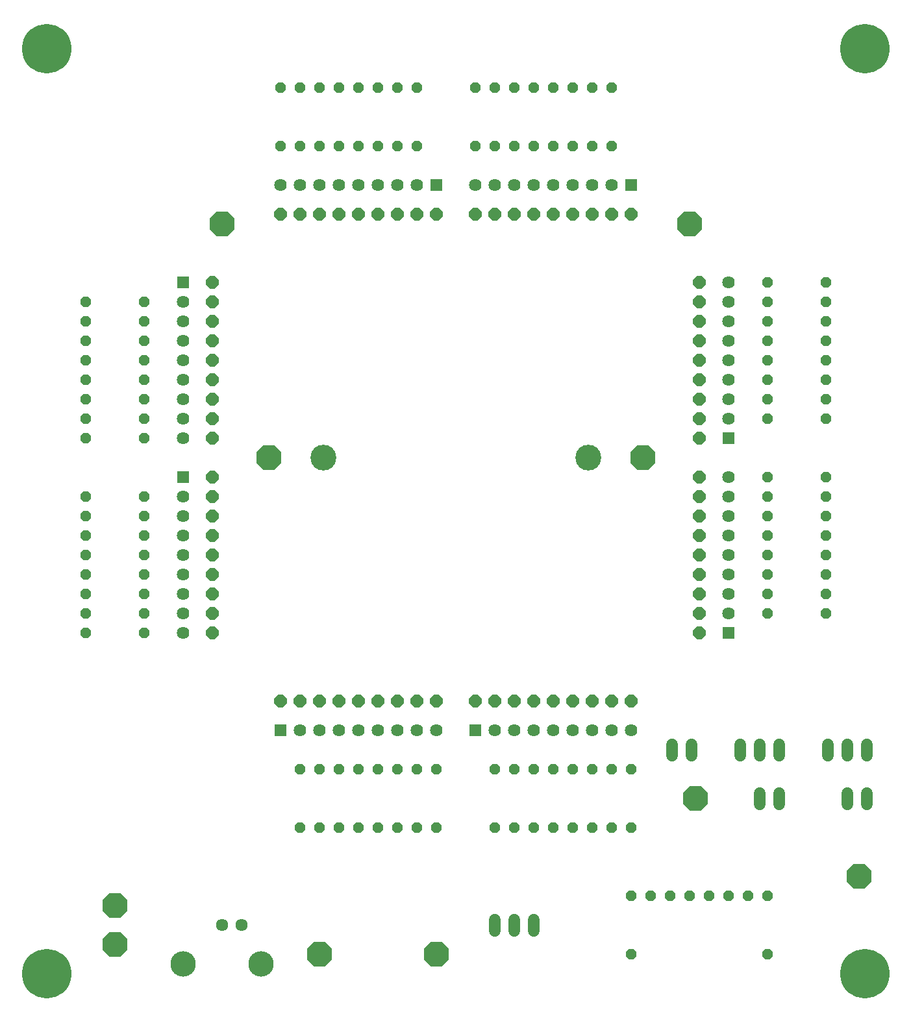
<source format=gbs>
G75*
%MOIN*%
%OFA0B0*%
%FSLAX25Y25*%
%IPPOS*%
%LPD*%
%AMOC8*
5,1,8,0,0,1.08239X$1,22.5*
%
%ADD10C,0.13250*%
%ADD11C,0.13061*%
%ADD12C,0.06337*%
%ADD13R,0.06400X0.06400*%
%ADD14C,0.06400*%
%ADD15C,0.06000*%
%ADD16OC8,0.05550*%
%ADD17OC8,0.06400*%
%ADD18OC8,0.12800*%
%ADD19C,0.25400*%
D10*
X0333500Y0401500D03*
X0469500Y0401500D03*
D11*
X0301500Y0141500D03*
X0261500Y0141500D03*
D12*
X0281500Y0161500D03*
X0291500Y0161500D03*
D13*
X0311500Y0261500D03*
X0411500Y0261500D03*
X0541500Y0311500D03*
X0541500Y0411500D03*
X0491500Y0541500D03*
X0391500Y0541500D03*
X0261500Y0491500D03*
X0261500Y0391500D03*
D14*
X0261500Y0381500D03*
X0261500Y0371500D03*
X0261500Y0361500D03*
X0261500Y0351500D03*
X0261500Y0341500D03*
X0261500Y0331500D03*
X0261500Y0321500D03*
X0261500Y0311500D03*
X0321500Y0261500D03*
X0331500Y0261500D03*
X0341500Y0261500D03*
X0351500Y0261500D03*
X0361500Y0261500D03*
X0371500Y0261500D03*
X0381500Y0261500D03*
X0391500Y0261500D03*
X0421500Y0261500D03*
X0431500Y0261500D03*
X0441500Y0261500D03*
X0451500Y0261500D03*
X0461500Y0261500D03*
X0471500Y0261500D03*
X0481500Y0261500D03*
X0491500Y0261500D03*
X0541500Y0321500D03*
X0541500Y0331500D03*
X0541500Y0341500D03*
X0541500Y0351500D03*
X0541500Y0361500D03*
X0541500Y0371500D03*
X0541500Y0381500D03*
X0541500Y0391500D03*
X0541500Y0421500D03*
X0541500Y0431500D03*
X0541500Y0441500D03*
X0541500Y0451500D03*
X0541500Y0461500D03*
X0541500Y0471500D03*
X0541500Y0481500D03*
X0541500Y0491500D03*
X0481500Y0541500D03*
X0471500Y0541500D03*
X0461500Y0541500D03*
X0451500Y0541500D03*
X0441500Y0541500D03*
X0431500Y0541500D03*
X0421500Y0541500D03*
X0411500Y0541500D03*
X0381500Y0541500D03*
X0371500Y0541500D03*
X0361500Y0541500D03*
X0351500Y0541500D03*
X0341500Y0541500D03*
X0331500Y0541500D03*
X0321500Y0541500D03*
X0311500Y0541500D03*
X0261500Y0481500D03*
X0261500Y0471500D03*
X0261500Y0461500D03*
X0261500Y0451500D03*
X0261500Y0441500D03*
X0261500Y0431500D03*
X0261500Y0421500D03*
X0261500Y0411500D03*
D15*
X0421500Y0164300D02*
X0421500Y0158700D01*
X0431500Y0158700D02*
X0431500Y0164300D01*
X0441500Y0164300D02*
X0441500Y0158700D01*
X0512500Y0248700D02*
X0512500Y0254300D01*
X0522500Y0254300D02*
X0522500Y0248700D01*
X0547500Y0248700D02*
X0547500Y0254300D01*
X0557500Y0254300D02*
X0557500Y0248700D01*
X0567500Y0248700D02*
X0567500Y0254300D01*
X0567500Y0229300D02*
X0567500Y0223700D01*
X0557500Y0223700D02*
X0557500Y0229300D01*
X0592500Y0248700D02*
X0592500Y0254300D01*
X0602500Y0254300D02*
X0602500Y0248700D01*
X0612500Y0248700D02*
X0612500Y0254300D01*
X0612500Y0229300D02*
X0612500Y0223700D01*
X0602500Y0223700D02*
X0602500Y0229300D01*
D16*
X0561500Y0176500D03*
X0551500Y0176500D03*
X0541500Y0176500D03*
X0531500Y0176500D03*
X0521500Y0176500D03*
X0511500Y0176500D03*
X0501500Y0176500D03*
X0491500Y0176500D03*
X0491500Y0146500D03*
X0491500Y0211500D03*
X0481500Y0211500D03*
X0471500Y0211500D03*
X0461500Y0211500D03*
X0451500Y0211500D03*
X0441500Y0211500D03*
X0431500Y0211500D03*
X0421500Y0211500D03*
X0421500Y0241500D03*
X0431500Y0241500D03*
X0441500Y0241500D03*
X0451500Y0241500D03*
X0461500Y0241500D03*
X0471500Y0241500D03*
X0481500Y0241500D03*
X0491500Y0241500D03*
X0561500Y0321500D03*
X0561500Y0331500D03*
X0561500Y0341500D03*
X0561500Y0351500D03*
X0561500Y0361500D03*
X0561500Y0371500D03*
X0561500Y0381500D03*
X0561500Y0391500D03*
X0561500Y0421500D03*
X0561500Y0431500D03*
X0561500Y0441500D03*
X0561500Y0451500D03*
X0561500Y0461500D03*
X0561500Y0471500D03*
X0561500Y0481500D03*
X0561500Y0491500D03*
X0591500Y0491500D03*
X0591500Y0481500D03*
X0591500Y0471500D03*
X0591500Y0461500D03*
X0591500Y0451500D03*
X0591500Y0441500D03*
X0591500Y0431500D03*
X0591500Y0421500D03*
X0591500Y0391500D03*
X0591500Y0381500D03*
X0591500Y0371500D03*
X0591500Y0361500D03*
X0591500Y0351500D03*
X0591500Y0341500D03*
X0591500Y0331500D03*
X0591500Y0321500D03*
X0561500Y0146500D03*
X0391500Y0211500D03*
X0381500Y0211500D03*
X0371500Y0211500D03*
X0361500Y0211500D03*
X0351500Y0211500D03*
X0341500Y0211500D03*
X0331500Y0211500D03*
X0321500Y0211500D03*
X0321500Y0241500D03*
X0331500Y0241500D03*
X0341500Y0241500D03*
X0351500Y0241500D03*
X0361500Y0241500D03*
X0371500Y0241500D03*
X0381500Y0241500D03*
X0391500Y0241500D03*
X0241500Y0311500D03*
X0241500Y0321500D03*
X0241500Y0331500D03*
X0241500Y0341500D03*
X0241500Y0351500D03*
X0241500Y0361500D03*
X0241500Y0371500D03*
X0241500Y0381500D03*
X0241500Y0411500D03*
X0241500Y0421500D03*
X0241500Y0431500D03*
X0241500Y0441500D03*
X0241500Y0451500D03*
X0241500Y0461500D03*
X0241500Y0471500D03*
X0241500Y0481500D03*
X0211500Y0481500D03*
X0211500Y0471500D03*
X0211500Y0461500D03*
X0211500Y0451500D03*
X0211500Y0441500D03*
X0211500Y0431500D03*
X0211500Y0421500D03*
X0211500Y0411500D03*
X0211500Y0381500D03*
X0211500Y0371500D03*
X0211500Y0361500D03*
X0211500Y0351500D03*
X0211500Y0341500D03*
X0211500Y0331500D03*
X0211500Y0321500D03*
X0211500Y0311500D03*
X0311500Y0561500D03*
X0321500Y0561500D03*
X0331500Y0561500D03*
X0341500Y0561500D03*
X0351500Y0561500D03*
X0361500Y0561500D03*
X0371500Y0561500D03*
X0381500Y0561500D03*
X0381500Y0591500D03*
X0371500Y0591500D03*
X0361500Y0591500D03*
X0351500Y0591500D03*
X0341500Y0591500D03*
X0331500Y0591500D03*
X0321500Y0591500D03*
X0311500Y0591500D03*
X0411500Y0591500D03*
X0421500Y0591500D03*
X0431500Y0591500D03*
X0441500Y0591500D03*
X0451500Y0591500D03*
X0461500Y0591500D03*
X0471500Y0591500D03*
X0481500Y0591500D03*
X0481500Y0561500D03*
X0471500Y0561500D03*
X0461500Y0561500D03*
X0451500Y0561500D03*
X0441500Y0561500D03*
X0431500Y0561500D03*
X0421500Y0561500D03*
X0411500Y0561500D03*
D17*
X0411500Y0526500D03*
X0421500Y0526500D03*
X0431500Y0526500D03*
X0441500Y0526500D03*
X0451500Y0526500D03*
X0461500Y0526500D03*
X0471500Y0526500D03*
X0481500Y0526500D03*
X0491500Y0526500D03*
X0526500Y0491500D03*
X0526500Y0481500D03*
X0526500Y0471500D03*
X0526500Y0461500D03*
X0526500Y0451500D03*
X0526500Y0441500D03*
X0526500Y0431500D03*
X0526500Y0421500D03*
X0526500Y0411500D03*
X0526500Y0391500D03*
X0526500Y0381500D03*
X0526500Y0371500D03*
X0526500Y0361500D03*
X0526500Y0351500D03*
X0526500Y0341500D03*
X0526500Y0331500D03*
X0526500Y0321500D03*
X0526500Y0311500D03*
X0491500Y0276500D03*
X0481500Y0276500D03*
X0471500Y0276500D03*
X0461500Y0276500D03*
X0451500Y0276500D03*
X0441500Y0276500D03*
X0431500Y0276500D03*
X0421500Y0276500D03*
X0411500Y0276500D03*
X0391500Y0276500D03*
X0381500Y0276500D03*
X0371500Y0276500D03*
X0361500Y0276500D03*
X0351500Y0276500D03*
X0341500Y0276500D03*
X0331500Y0276500D03*
X0321500Y0276500D03*
X0311500Y0276500D03*
X0276500Y0311500D03*
X0276500Y0321500D03*
X0276500Y0331500D03*
X0276500Y0341500D03*
X0276500Y0351500D03*
X0276500Y0361500D03*
X0276500Y0371500D03*
X0276500Y0381500D03*
X0276500Y0391500D03*
X0276500Y0411500D03*
X0276500Y0421500D03*
X0276500Y0431500D03*
X0276500Y0441500D03*
X0276500Y0451500D03*
X0276500Y0461500D03*
X0276500Y0471500D03*
X0276500Y0481500D03*
X0276500Y0491500D03*
X0311500Y0526500D03*
X0321500Y0526500D03*
X0331500Y0526500D03*
X0341500Y0526500D03*
X0351500Y0526500D03*
X0361500Y0526500D03*
X0371500Y0526500D03*
X0381500Y0526500D03*
X0391500Y0526500D03*
D18*
X0281500Y0521500D03*
X0305500Y0401500D03*
X0497500Y0401500D03*
X0521500Y0521500D03*
X0524500Y0226500D03*
X0608500Y0186500D03*
X0391500Y0146500D03*
X0331500Y0146500D03*
X0226500Y0151500D03*
X0226500Y0171500D03*
D19*
X0191500Y0136500D03*
X0611500Y0136500D03*
X0611500Y0611500D03*
X0191500Y0611500D03*
M02*

</source>
